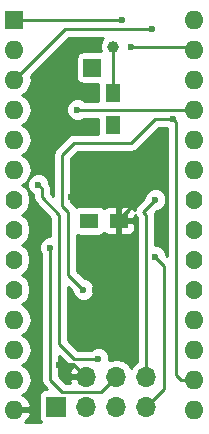
<source format=gbl>
G04 #@! TF.FileFunction,Copper,L2,Bot,Signal*
%FSLAX46Y46*%
G04 Gerber Fmt 4.6, Leading zero omitted, Abs format (unit mm)*
G04 Created by KiCad (PCBNEW 4.0.7-e2-6376~58~ubuntu16.04.1) date Fri Nov 24 21:44:44 2023*
%MOMM*%
%LPD*%
G01*
G04 APERTURE LIST*
%ADD10C,0.100000*%
%ADD11R,1.700000X1.700000*%
%ADD12O,1.700000X1.700000*%
%ADD13C,1.000000*%
%ADD14R,1.600000X1.600000*%
%ADD15O,1.600000X1.600000*%
%ADD16O,1.400000X1.600000*%
%ADD17R,1.500000X1.250000*%
%ADD18R,1.300000X1.500000*%
%ADD19R,1.500000X1.500000*%
%ADD20C,0.600000*%
%ADD21C,0.350000*%
%ADD22C,0.250000*%
%ADD23C,0.254000*%
G04 APERTURE END LIST*
D10*
D11*
X169418000Y-145288000D03*
D12*
X171958000Y-145288000D03*
X171958000Y-142748000D03*
X174498000Y-145288000D03*
X174498000Y-142748000D03*
X177038000Y-145288000D03*
X177038000Y-142748000D03*
D13*
X174244000Y-114808000D03*
D14*
X165862000Y-112522000D03*
D15*
X181102000Y-145542000D03*
X165862000Y-115062000D03*
X181102000Y-143002000D03*
X165862000Y-117602000D03*
X181102000Y-140462000D03*
X165862000Y-120142000D03*
X181102000Y-137922000D03*
X165862000Y-122682000D03*
D16*
X181102000Y-135382000D03*
D15*
X165862000Y-125222000D03*
D16*
X181102000Y-132842000D03*
X165862000Y-127762000D03*
X181102000Y-130302000D03*
X165862000Y-130302000D03*
X181102000Y-127762000D03*
X165862000Y-132842000D03*
D15*
X181102000Y-125222000D03*
D16*
X165862000Y-135382000D03*
D15*
X181102000Y-122682000D03*
X165862000Y-137922000D03*
X181102000Y-120142000D03*
X165862000Y-140462000D03*
X181102000Y-117602000D03*
X165862000Y-143002000D03*
X181102000Y-115062000D03*
X165862000Y-145542000D03*
X181102000Y-112522000D03*
D17*
X172212000Y-129540000D03*
X174712000Y-129540000D03*
D18*
X174244000Y-118712000D03*
X174244000Y-121412000D03*
D19*
X172466000Y-116586000D03*
D20*
X172212000Y-129540000D03*
X169672000Y-141732000D03*
X170688000Y-127508000D03*
X175260000Y-134112000D03*
X175768000Y-126746000D03*
X172720000Y-135382000D03*
X175006000Y-112522000D03*
X171704000Y-135382000D03*
X179324000Y-120904000D03*
X177546000Y-113284000D03*
X171196000Y-120142000D03*
X175768000Y-114808000D03*
X174244000Y-121412000D03*
X168910000Y-131826000D03*
X172974000Y-141224000D03*
X167894000Y-126492000D03*
X177800000Y-132588000D03*
X177800000Y-127762000D03*
D21*
X169672000Y-141732000D02*
X170942000Y-141732000D01*
X170942000Y-141732000D02*
X171958000Y-142748000D01*
X174244000Y-127508000D02*
X174712000Y-127976000D01*
X174712000Y-127976000D02*
X174712000Y-129540000D01*
X170688000Y-127508000D02*
X174244000Y-127508000D01*
X174712000Y-133564000D02*
X174712000Y-133350000D01*
X174712000Y-133350000D02*
X174712000Y-129540000D01*
X172720000Y-135382000D02*
X173019999Y-135082001D01*
X173019999Y-135082001D02*
X173019999Y-135042001D01*
X173019999Y-135042001D02*
X174712000Y-133350000D01*
X175260000Y-134112000D02*
X174712000Y-133564000D01*
X175768000Y-126746000D02*
X175768000Y-128484000D01*
X175768000Y-128484000D02*
X174712000Y-129540000D01*
D22*
X165862000Y-112522000D02*
X175006000Y-112522000D01*
X171704000Y-135382000D02*
X170434000Y-134112000D01*
X170434000Y-134112000D02*
X170434000Y-128778000D01*
X170434000Y-128778000D02*
X169926000Y-128270000D01*
X169926000Y-128270000D02*
X169926000Y-123952000D01*
X175768000Y-122936000D02*
X177800000Y-120904000D01*
X169926000Y-123952000D02*
X170942000Y-122936000D01*
X170942000Y-122936000D02*
X175768000Y-122936000D01*
X177800000Y-120904000D02*
X179324000Y-120904000D01*
X179578000Y-142609370D02*
X179578000Y-121158000D01*
X179578000Y-121158000D02*
X179324000Y-120904000D01*
X179970630Y-143002000D02*
X179578000Y-142609370D01*
X179970630Y-143002000D02*
X181102000Y-143002000D01*
X170180000Y-113284000D02*
X177546000Y-113284000D01*
X165862000Y-117602000D02*
X170180000Y-113284000D01*
X181102000Y-120142000D02*
X171196000Y-120142000D01*
X175768000Y-114808000D02*
X180848000Y-114808000D01*
X180848000Y-114808000D02*
X181102000Y-115062000D01*
X174244000Y-114808000D02*
X174244000Y-118712000D01*
X168910000Y-131826000D02*
X168910000Y-143002000D01*
X168910000Y-143002000D02*
X169926000Y-144018000D01*
X169926000Y-144018000D02*
X173228000Y-144018000D01*
X173228000Y-144018000D02*
X174498000Y-142748000D01*
X170942000Y-141224000D02*
X172974000Y-141224000D01*
X169672000Y-139954000D02*
X170942000Y-141224000D01*
X169672000Y-129032000D02*
X169672000Y-139954000D01*
X168193999Y-127553999D02*
X169672000Y-129032000D01*
X167894000Y-126492000D02*
X168193999Y-126791999D01*
X168193999Y-126791999D02*
X168193999Y-127553999D01*
X177800000Y-132588000D02*
X178562000Y-133350000D01*
X178562000Y-133350000D02*
X178562000Y-143764000D01*
X178562000Y-143764000D02*
X177038000Y-145288000D01*
X176784000Y-128778000D02*
X177038000Y-129032000D01*
X177038000Y-129032000D02*
X177038000Y-142748000D01*
X177800000Y-127762000D02*
X176784000Y-128778000D01*
D23*
G36*
X173282355Y-114164235D02*
X173109197Y-114581244D01*
X173108803Y-115032775D01*
X173173172Y-115188560D01*
X171716000Y-115188560D01*
X171480683Y-115232838D01*
X171264559Y-115371910D01*
X171119569Y-115584110D01*
X171068560Y-115836000D01*
X171068560Y-117336000D01*
X171112838Y-117571317D01*
X171251910Y-117787441D01*
X171464110Y-117932431D01*
X171716000Y-117983440D01*
X172946560Y-117983440D01*
X172946560Y-119382000D01*
X171758463Y-119382000D01*
X171726327Y-119349808D01*
X171382799Y-119207162D01*
X171010833Y-119206838D01*
X170667057Y-119348883D01*
X170403808Y-119611673D01*
X170261162Y-119955201D01*
X170260838Y-120327167D01*
X170402883Y-120670943D01*
X170665673Y-120934192D01*
X171009201Y-121076838D01*
X171381167Y-121077162D01*
X171724943Y-120935117D01*
X171758118Y-120902000D01*
X172946560Y-120902000D01*
X172946560Y-122162000D01*
X172949194Y-122176000D01*
X170942000Y-122176000D01*
X170651161Y-122233852D01*
X170404599Y-122398599D01*
X169388599Y-123414599D01*
X169223852Y-123661161D01*
X169166000Y-123952000D01*
X169166000Y-127451198D01*
X168953999Y-127239197D01*
X168953999Y-126791999D01*
X168896147Y-126501160D01*
X168829080Y-126400787D01*
X168829162Y-126306833D01*
X168687117Y-125963057D01*
X168424327Y-125699808D01*
X168080799Y-125557162D01*
X167708833Y-125556838D01*
X167365057Y-125698883D01*
X167101808Y-125961673D01*
X166959162Y-126305201D01*
X166958838Y-126677167D01*
X167100883Y-127020943D01*
X167363673Y-127284192D01*
X167433999Y-127313394D01*
X167433999Y-127553999D01*
X167491851Y-127844838D01*
X167656598Y-128091400D01*
X168912000Y-129346802D01*
X168912000Y-130891001D01*
X168724833Y-130890838D01*
X168381057Y-131032883D01*
X168117808Y-131295673D01*
X167975162Y-131639201D01*
X167974838Y-132011167D01*
X168116883Y-132354943D01*
X168150000Y-132388118D01*
X168150000Y-143002000D01*
X168207852Y-143292839D01*
X168372599Y-143539401D01*
X168623758Y-143790560D01*
X168568000Y-143790560D01*
X168332683Y-143834838D01*
X168116559Y-143973910D01*
X167971569Y-144186110D01*
X167920560Y-144438000D01*
X167920560Y-146138000D01*
X167964838Y-146373317D01*
X168103910Y-146589441D01*
X168133999Y-146610000D01*
X166793580Y-146610000D01*
X167093041Y-146279423D01*
X167253904Y-145891039D01*
X167131915Y-145669000D01*
X165989000Y-145669000D01*
X165989000Y-145689000D01*
X165735000Y-145689000D01*
X165735000Y-145669000D01*
X165715000Y-145669000D01*
X165715000Y-145415000D01*
X165735000Y-145415000D01*
X165735000Y-145395000D01*
X165989000Y-145395000D01*
X165989000Y-145415000D01*
X167131915Y-145415000D01*
X167253904Y-145192961D01*
X167093041Y-144804577D01*
X166717134Y-144389611D01*
X166500297Y-144286986D01*
X166904811Y-144016698D01*
X167215880Y-143551151D01*
X167325113Y-143002000D01*
X167215880Y-142452849D01*
X166904811Y-141987302D01*
X166522725Y-141732000D01*
X166904811Y-141476698D01*
X167215880Y-141011151D01*
X167325113Y-140462000D01*
X167215880Y-139912849D01*
X166904811Y-139447302D01*
X166522725Y-139192000D01*
X166904811Y-138936698D01*
X167215880Y-138471151D01*
X167325113Y-137922000D01*
X167215880Y-137372849D01*
X166904811Y-136907302D01*
X166516268Y-136647685D01*
X166805988Y-136454101D01*
X167095379Y-136020995D01*
X167197000Y-135510113D01*
X167197000Y-135253887D01*
X167095379Y-134743005D01*
X166805988Y-134309899D01*
X166509810Y-134112000D01*
X166805988Y-133914101D01*
X167095379Y-133480995D01*
X167197000Y-132970113D01*
X167197000Y-132713887D01*
X167095379Y-132203005D01*
X166805988Y-131769899D01*
X166509810Y-131572000D01*
X166805988Y-131374101D01*
X167095379Y-130940995D01*
X167197000Y-130430113D01*
X167197000Y-130173887D01*
X167095379Y-129663005D01*
X166805988Y-129229899D01*
X166509810Y-129032000D01*
X166805988Y-128834101D01*
X167095379Y-128400995D01*
X167197000Y-127890113D01*
X167197000Y-127633887D01*
X167095379Y-127123005D01*
X166805988Y-126689899D01*
X166516268Y-126496315D01*
X166904811Y-126236698D01*
X167215880Y-125771151D01*
X167325113Y-125222000D01*
X167215880Y-124672849D01*
X166904811Y-124207302D01*
X166522725Y-123952000D01*
X166904811Y-123696698D01*
X167215880Y-123231151D01*
X167325113Y-122682000D01*
X167215880Y-122132849D01*
X166904811Y-121667302D01*
X166522725Y-121412000D01*
X166904811Y-121156698D01*
X167215880Y-120691151D01*
X167325113Y-120142000D01*
X167215880Y-119592849D01*
X166904811Y-119127302D01*
X166522725Y-118872000D01*
X166904811Y-118616698D01*
X167215880Y-118151151D01*
X167325113Y-117602000D01*
X167260688Y-117278114D01*
X170494802Y-114044000D01*
X173402800Y-114044000D01*
X173282355Y-114164235D01*
X173282355Y-114164235D01*
G37*
X173282355Y-114164235D02*
X173109197Y-114581244D01*
X173108803Y-115032775D01*
X173173172Y-115188560D01*
X171716000Y-115188560D01*
X171480683Y-115232838D01*
X171264559Y-115371910D01*
X171119569Y-115584110D01*
X171068560Y-115836000D01*
X171068560Y-117336000D01*
X171112838Y-117571317D01*
X171251910Y-117787441D01*
X171464110Y-117932431D01*
X171716000Y-117983440D01*
X172946560Y-117983440D01*
X172946560Y-119382000D01*
X171758463Y-119382000D01*
X171726327Y-119349808D01*
X171382799Y-119207162D01*
X171010833Y-119206838D01*
X170667057Y-119348883D01*
X170403808Y-119611673D01*
X170261162Y-119955201D01*
X170260838Y-120327167D01*
X170402883Y-120670943D01*
X170665673Y-120934192D01*
X171009201Y-121076838D01*
X171381167Y-121077162D01*
X171724943Y-120935117D01*
X171758118Y-120902000D01*
X172946560Y-120902000D01*
X172946560Y-122162000D01*
X172949194Y-122176000D01*
X170942000Y-122176000D01*
X170651161Y-122233852D01*
X170404599Y-122398599D01*
X169388599Y-123414599D01*
X169223852Y-123661161D01*
X169166000Y-123952000D01*
X169166000Y-127451198D01*
X168953999Y-127239197D01*
X168953999Y-126791999D01*
X168896147Y-126501160D01*
X168829080Y-126400787D01*
X168829162Y-126306833D01*
X168687117Y-125963057D01*
X168424327Y-125699808D01*
X168080799Y-125557162D01*
X167708833Y-125556838D01*
X167365057Y-125698883D01*
X167101808Y-125961673D01*
X166959162Y-126305201D01*
X166958838Y-126677167D01*
X167100883Y-127020943D01*
X167363673Y-127284192D01*
X167433999Y-127313394D01*
X167433999Y-127553999D01*
X167491851Y-127844838D01*
X167656598Y-128091400D01*
X168912000Y-129346802D01*
X168912000Y-130891001D01*
X168724833Y-130890838D01*
X168381057Y-131032883D01*
X168117808Y-131295673D01*
X167975162Y-131639201D01*
X167974838Y-132011167D01*
X168116883Y-132354943D01*
X168150000Y-132388118D01*
X168150000Y-143002000D01*
X168207852Y-143292839D01*
X168372599Y-143539401D01*
X168623758Y-143790560D01*
X168568000Y-143790560D01*
X168332683Y-143834838D01*
X168116559Y-143973910D01*
X167971569Y-144186110D01*
X167920560Y-144438000D01*
X167920560Y-146138000D01*
X167964838Y-146373317D01*
X168103910Y-146589441D01*
X168133999Y-146610000D01*
X166793580Y-146610000D01*
X167093041Y-146279423D01*
X167253904Y-145891039D01*
X167131915Y-145669000D01*
X165989000Y-145669000D01*
X165989000Y-145689000D01*
X165735000Y-145689000D01*
X165735000Y-145669000D01*
X165715000Y-145669000D01*
X165715000Y-145415000D01*
X165735000Y-145415000D01*
X165735000Y-145395000D01*
X165989000Y-145395000D01*
X165989000Y-145415000D01*
X167131915Y-145415000D01*
X167253904Y-145192961D01*
X167093041Y-144804577D01*
X166717134Y-144389611D01*
X166500297Y-144286986D01*
X166904811Y-144016698D01*
X167215880Y-143551151D01*
X167325113Y-143002000D01*
X167215880Y-142452849D01*
X166904811Y-141987302D01*
X166522725Y-141732000D01*
X166904811Y-141476698D01*
X167215880Y-141011151D01*
X167325113Y-140462000D01*
X167215880Y-139912849D01*
X166904811Y-139447302D01*
X166522725Y-139192000D01*
X166904811Y-138936698D01*
X167215880Y-138471151D01*
X167325113Y-137922000D01*
X167215880Y-137372849D01*
X166904811Y-136907302D01*
X166516268Y-136647685D01*
X166805988Y-136454101D01*
X167095379Y-136020995D01*
X167197000Y-135510113D01*
X167197000Y-135253887D01*
X167095379Y-134743005D01*
X166805988Y-134309899D01*
X166509810Y-134112000D01*
X166805988Y-133914101D01*
X167095379Y-133480995D01*
X167197000Y-132970113D01*
X167197000Y-132713887D01*
X167095379Y-132203005D01*
X166805988Y-131769899D01*
X166509810Y-131572000D01*
X166805988Y-131374101D01*
X167095379Y-130940995D01*
X167197000Y-130430113D01*
X167197000Y-130173887D01*
X167095379Y-129663005D01*
X166805988Y-129229899D01*
X166509810Y-129032000D01*
X166805988Y-128834101D01*
X167095379Y-128400995D01*
X167197000Y-127890113D01*
X167197000Y-127633887D01*
X167095379Y-127123005D01*
X166805988Y-126689899D01*
X166516268Y-126496315D01*
X166904811Y-126236698D01*
X167215880Y-125771151D01*
X167325113Y-125222000D01*
X167215880Y-124672849D01*
X166904811Y-124207302D01*
X166522725Y-123952000D01*
X166904811Y-123696698D01*
X167215880Y-123231151D01*
X167325113Y-122682000D01*
X167215880Y-122132849D01*
X166904811Y-121667302D01*
X166522725Y-121412000D01*
X166904811Y-121156698D01*
X167215880Y-120691151D01*
X167325113Y-120142000D01*
X167215880Y-119592849D01*
X166904811Y-119127302D01*
X166522725Y-118872000D01*
X166904811Y-118616698D01*
X167215880Y-118151151D01*
X167325113Y-117602000D01*
X167260688Y-117278114D01*
X170494802Y-114044000D01*
X173402800Y-114044000D01*
X173282355Y-114164235D01*
G36*
X172085000Y-145161000D02*
X172105000Y-145161000D01*
X172105000Y-145415000D01*
X172085000Y-145415000D01*
X172085000Y-145435000D01*
X171831000Y-145435000D01*
X171831000Y-145415000D01*
X171811000Y-145415000D01*
X171811000Y-145161000D01*
X171831000Y-145161000D01*
X171831000Y-145141000D01*
X172085000Y-145141000D01*
X172085000Y-145161000D01*
X172085000Y-145161000D01*
G37*
X172085000Y-145161000D02*
X172105000Y-145161000D01*
X172105000Y-145415000D01*
X172085000Y-145415000D01*
X172085000Y-145435000D01*
X171831000Y-145435000D01*
X171831000Y-145415000D01*
X171811000Y-145415000D01*
X171811000Y-145161000D01*
X171831000Y-145161000D01*
X171831000Y-145141000D01*
X172085000Y-145141000D01*
X172085000Y-145161000D01*
G36*
X170404599Y-141761401D02*
X170651160Y-141926148D01*
X170727720Y-141941377D01*
X170516514Y-142391108D01*
X170637181Y-142621000D01*
X171831000Y-142621000D01*
X171831000Y-142601000D01*
X172085000Y-142601000D01*
X172085000Y-142621000D01*
X172105000Y-142621000D01*
X172105000Y-142875000D01*
X172085000Y-142875000D01*
X172085000Y-142895000D01*
X171831000Y-142895000D01*
X171831000Y-142875000D01*
X170637181Y-142875000D01*
X170516514Y-143104892D01*
X170588418Y-143258000D01*
X170240802Y-143258000D01*
X169670000Y-142687198D01*
X169670000Y-141026802D01*
X170404599Y-141761401D01*
X170404599Y-141761401D01*
G37*
X170404599Y-141761401D02*
X170651160Y-141926148D01*
X170727720Y-141941377D01*
X170516514Y-142391108D01*
X170637181Y-142621000D01*
X171831000Y-142621000D01*
X171831000Y-142601000D01*
X172085000Y-142601000D01*
X172085000Y-142621000D01*
X172105000Y-142621000D01*
X172105000Y-142875000D01*
X172085000Y-142875000D01*
X172085000Y-142895000D01*
X171831000Y-142895000D01*
X171831000Y-142875000D01*
X170637181Y-142875000D01*
X170516514Y-143104892D01*
X170588418Y-143258000D01*
X170240802Y-143258000D01*
X169670000Y-142687198D01*
X169670000Y-141026802D01*
X170404599Y-141761401D01*
G36*
X178793673Y-121696192D02*
X178818000Y-121706294D01*
X178818000Y-132531198D01*
X178735122Y-132448320D01*
X178735162Y-132402833D01*
X178593117Y-132059057D01*
X178330327Y-131795808D01*
X177986799Y-131653162D01*
X177798000Y-131652998D01*
X177798000Y-129032000D01*
X177765946Y-128870856D01*
X177939680Y-128697122D01*
X177985167Y-128697162D01*
X178328943Y-128555117D01*
X178592192Y-128292327D01*
X178734838Y-127948799D01*
X178735162Y-127576833D01*
X178593117Y-127233057D01*
X178330327Y-126969808D01*
X177986799Y-126827162D01*
X177614833Y-126826838D01*
X177271057Y-126968883D01*
X177007808Y-127231673D01*
X176865162Y-127575201D01*
X176865121Y-127622077D01*
X176246599Y-128240599D01*
X176081852Y-128487161D01*
X176046246Y-128666160D01*
X176000327Y-128555301D01*
X175821698Y-128376673D01*
X175588309Y-128280000D01*
X174997750Y-128280000D01*
X174839000Y-128438750D01*
X174839000Y-129413000D01*
X175938250Y-129413000D01*
X176097000Y-129254250D01*
X176097000Y-129091510D01*
X176246599Y-129315401D01*
X176278000Y-129346802D01*
X176278000Y-141475046D01*
X175987946Y-141668853D01*
X175768000Y-141998026D01*
X175548054Y-141668853D01*
X175066285Y-141346946D01*
X174498000Y-141233907D01*
X173929715Y-141346946D01*
X173908881Y-141360866D01*
X173909162Y-141038833D01*
X173767117Y-140695057D01*
X173504327Y-140431808D01*
X173160799Y-140289162D01*
X172788833Y-140288838D01*
X172445057Y-140430883D01*
X172411882Y-140464000D01*
X171256802Y-140464000D01*
X170432000Y-139639198D01*
X170432000Y-135184802D01*
X170768878Y-135521680D01*
X170768838Y-135567167D01*
X170910883Y-135910943D01*
X171173673Y-136174192D01*
X171517201Y-136316838D01*
X171889167Y-136317162D01*
X172232943Y-136175117D01*
X172496192Y-135912327D01*
X172638838Y-135568799D01*
X172639162Y-135196833D01*
X172497117Y-134853057D01*
X172234327Y-134589808D01*
X171890799Y-134447162D01*
X171843923Y-134447121D01*
X171194000Y-133797198D01*
X171194000Y-130750424D01*
X171210110Y-130761431D01*
X171462000Y-130812440D01*
X172962000Y-130812440D01*
X173197317Y-130768162D01*
X173413441Y-130629090D01*
X173459969Y-130560994D01*
X173602302Y-130703327D01*
X173835691Y-130800000D01*
X174426250Y-130800000D01*
X174585000Y-130641250D01*
X174585000Y-129667000D01*
X174839000Y-129667000D01*
X174839000Y-130641250D01*
X174997750Y-130800000D01*
X175588309Y-130800000D01*
X175821698Y-130703327D01*
X176000327Y-130524699D01*
X176097000Y-130291310D01*
X176097000Y-129825750D01*
X175938250Y-129667000D01*
X174839000Y-129667000D01*
X174585000Y-129667000D01*
X174565000Y-129667000D01*
X174565000Y-129413000D01*
X174585000Y-129413000D01*
X174585000Y-128438750D01*
X174426250Y-128280000D01*
X173835691Y-128280000D01*
X173602302Y-128376673D01*
X173461064Y-128517910D01*
X173426090Y-128463559D01*
X173213890Y-128318569D01*
X172962000Y-128267560D01*
X171462000Y-128267560D01*
X171226683Y-128311838D01*
X171081447Y-128405295D01*
X170971401Y-128240599D01*
X170686000Y-127955198D01*
X170686000Y-124266802D01*
X171256802Y-123696000D01*
X175768000Y-123696000D01*
X176058839Y-123638148D01*
X176305401Y-123473401D01*
X178114802Y-121664000D01*
X178761537Y-121664000D01*
X178793673Y-121696192D01*
X178793673Y-121696192D01*
G37*
X178793673Y-121696192D02*
X178818000Y-121706294D01*
X178818000Y-132531198D01*
X178735122Y-132448320D01*
X178735162Y-132402833D01*
X178593117Y-132059057D01*
X178330327Y-131795808D01*
X177986799Y-131653162D01*
X177798000Y-131652998D01*
X177798000Y-129032000D01*
X177765946Y-128870856D01*
X177939680Y-128697122D01*
X177985167Y-128697162D01*
X178328943Y-128555117D01*
X178592192Y-128292327D01*
X178734838Y-127948799D01*
X178735162Y-127576833D01*
X178593117Y-127233057D01*
X178330327Y-126969808D01*
X177986799Y-126827162D01*
X177614833Y-126826838D01*
X177271057Y-126968883D01*
X177007808Y-127231673D01*
X176865162Y-127575201D01*
X176865121Y-127622077D01*
X176246599Y-128240599D01*
X176081852Y-128487161D01*
X176046246Y-128666160D01*
X176000327Y-128555301D01*
X175821698Y-128376673D01*
X175588309Y-128280000D01*
X174997750Y-128280000D01*
X174839000Y-128438750D01*
X174839000Y-129413000D01*
X175938250Y-129413000D01*
X176097000Y-129254250D01*
X176097000Y-129091510D01*
X176246599Y-129315401D01*
X176278000Y-129346802D01*
X176278000Y-141475046D01*
X175987946Y-141668853D01*
X175768000Y-141998026D01*
X175548054Y-141668853D01*
X175066285Y-141346946D01*
X174498000Y-141233907D01*
X173929715Y-141346946D01*
X173908881Y-141360866D01*
X173909162Y-141038833D01*
X173767117Y-140695057D01*
X173504327Y-140431808D01*
X173160799Y-140289162D01*
X172788833Y-140288838D01*
X172445057Y-140430883D01*
X172411882Y-140464000D01*
X171256802Y-140464000D01*
X170432000Y-139639198D01*
X170432000Y-135184802D01*
X170768878Y-135521680D01*
X170768838Y-135567167D01*
X170910883Y-135910943D01*
X171173673Y-136174192D01*
X171517201Y-136316838D01*
X171889167Y-136317162D01*
X172232943Y-136175117D01*
X172496192Y-135912327D01*
X172638838Y-135568799D01*
X172639162Y-135196833D01*
X172497117Y-134853057D01*
X172234327Y-134589808D01*
X171890799Y-134447162D01*
X171843923Y-134447121D01*
X171194000Y-133797198D01*
X171194000Y-130750424D01*
X171210110Y-130761431D01*
X171462000Y-130812440D01*
X172962000Y-130812440D01*
X173197317Y-130768162D01*
X173413441Y-130629090D01*
X173459969Y-130560994D01*
X173602302Y-130703327D01*
X173835691Y-130800000D01*
X174426250Y-130800000D01*
X174585000Y-130641250D01*
X174585000Y-129667000D01*
X174839000Y-129667000D01*
X174839000Y-130641250D01*
X174997750Y-130800000D01*
X175588309Y-130800000D01*
X175821698Y-130703327D01*
X176000327Y-130524699D01*
X176097000Y-130291310D01*
X176097000Y-129825750D01*
X175938250Y-129667000D01*
X174839000Y-129667000D01*
X174585000Y-129667000D01*
X174565000Y-129667000D01*
X174565000Y-129413000D01*
X174585000Y-129413000D01*
X174585000Y-128438750D01*
X174426250Y-128280000D01*
X173835691Y-128280000D01*
X173602302Y-128376673D01*
X173461064Y-128517910D01*
X173426090Y-128463559D01*
X173213890Y-128318569D01*
X172962000Y-128267560D01*
X171462000Y-128267560D01*
X171226683Y-128311838D01*
X171081447Y-128405295D01*
X170971401Y-128240599D01*
X170686000Y-127955198D01*
X170686000Y-124266802D01*
X171256802Y-123696000D01*
X175768000Y-123696000D01*
X176058839Y-123638148D01*
X176305401Y-123473401D01*
X178114802Y-121664000D01*
X178761537Y-121664000D01*
X178793673Y-121696192D01*
M02*

</source>
